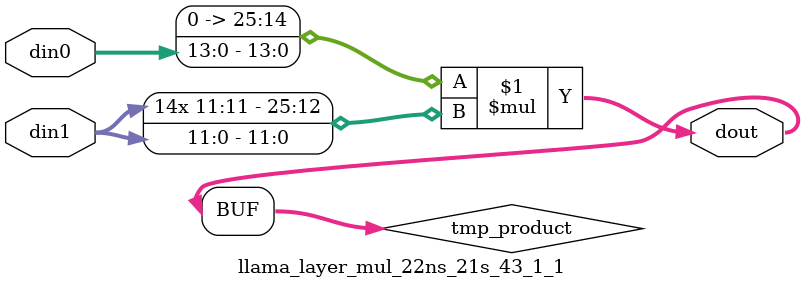
<source format=v>

`timescale 1 ns / 1 ps

 module llama_layer_mul_22ns_21s_43_1_1(din0, din1, dout);
parameter ID = 1;
parameter NUM_STAGE = 0;
parameter din0_WIDTH = 14;
parameter din1_WIDTH = 12;
parameter dout_WIDTH = 26;

input [din0_WIDTH - 1 : 0] din0; 
input [din1_WIDTH - 1 : 0] din1; 
output [dout_WIDTH - 1 : 0] dout;

wire signed [dout_WIDTH - 1 : 0] tmp_product;

























assign tmp_product = $signed({1'b0, din0}) * $signed(din1);










assign dout = tmp_product;





















endmodule

</source>
